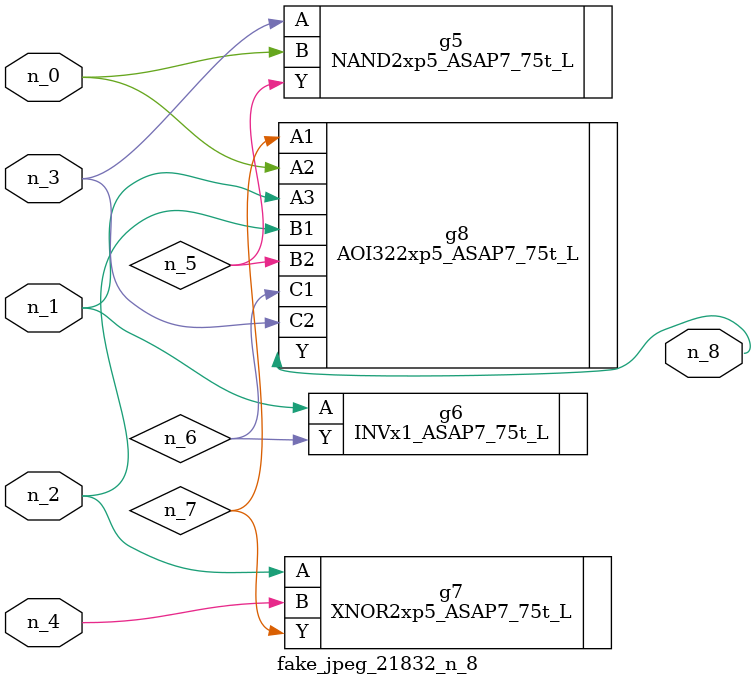
<source format=v>
module fake_jpeg_21832_n_8 (n_3, n_2, n_1, n_0, n_4, n_8);

input n_3;
input n_2;
input n_1;
input n_0;
input n_4;

output n_8;

wire n_6;
wire n_5;
wire n_7;

NAND2xp5_ASAP7_75t_L g5 ( 
.A(n_3),
.B(n_0),
.Y(n_5)
);

INVx1_ASAP7_75t_L g6 ( 
.A(n_1),
.Y(n_6)
);

XNOR2xp5_ASAP7_75t_L g7 ( 
.A(n_2),
.B(n_4),
.Y(n_7)
);

AOI322xp5_ASAP7_75t_L g8 ( 
.A1(n_7),
.A2(n_0),
.A3(n_1),
.B1(n_2),
.B2(n_5),
.C1(n_6),
.C2(n_3),
.Y(n_8)
);


endmodule
</source>
